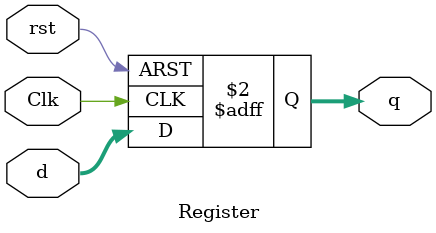
<source format=v>
module Register #(parameter DATA_WIDTH=32)(
	output reg [DATA_WIDTH-1:0] q,
	input [DATA_WIDTH-1:0] d,
	input Clk, rst
);

	 always@(posedge Clk, posedge rst) begin
		if(rst) begin
			q <= 0;
		end
		else begin
			q <= d;
		end
	 end

endmodule

</source>
